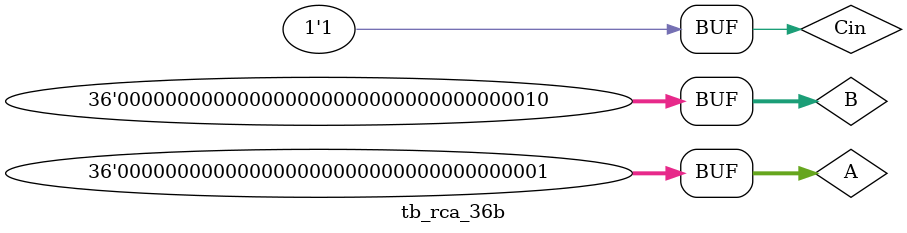
<source format=v>
`timescale 1ns/100ps

module tb_rca_36b;

	reg [35:0] 	A;
	reg [35:0] 	B;
	reg 			Cin;

	wire [35:0] S;
	wire 			Cout;
	
	rca_36b uud(S, Cout, A, B, Cin);
	
	initial begin		
		// Initialize A, B, Cin
		A		= 36'b000000000000000000000000000000000000;
		B		= 36'b000000000000000000000000000000000000;
		Cin	= 36'b000000000000000000000000000000000000;
		
		
		#10;
		A		= 36'b111111111111111111111111111111111111;
		B		= 36'b000000000000000000000000000000000000;
		Cin	= 36'b000000000000000000000000000000000001;
		
		#10;
		A		= 36'b111111111111111111111111111111111111;
		B		= 36'b000000000000000000000000000000000001;
		Cin	= 36'b000000000000000000000000000000000000;
		
		#10;
		A		= 36'b000000000000000000000000000000000011;
		B		= 36'b000000000000000000000000000000000001;
		Cin	= 36'b000000000000000000000000000000000001;
		
		#10;
		A		= 36'b000000000000000000000000000000000000;
		B		= 36'b111111111111111111111111111111111101;
		Cin	= 36'b000000000000000000000000000000000001;
		
		#10;
		A		= 36'b000000000000000000000000000000000001;
		B		= 36'b000000000000000000000000000000000010;
		Cin	= 36'b000000000000000000000000000000000001;
		
		#10;
		end
endmodule

</source>
